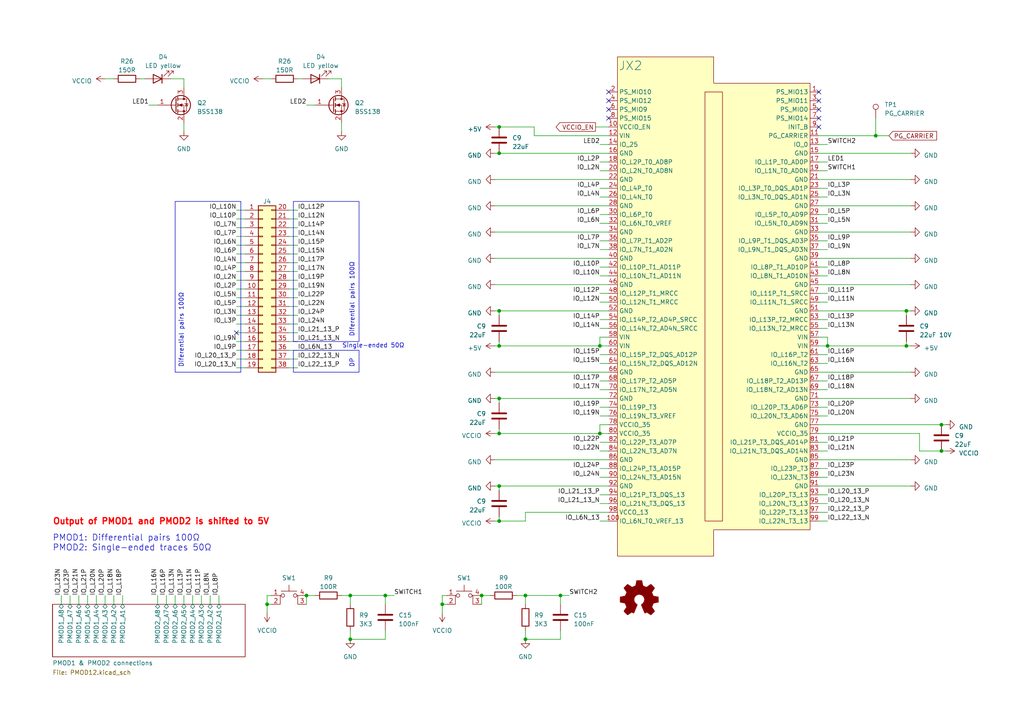
<source format=kicad_sch>
(kicad_sch (version 20230121) (generator eeschema)
  (paper "A4")
  (title_block (title "MicroZed development carrier board") (date "2023-08-19") (rev "4") (comment 1 "               License: BSD 2-Clause License") (comment 3 "               (c) 2023 Viktor Nikolov"))
  (lib_symbols
    (symbol "Connector:TestPoint" (pin_numbers hide) (pin_names (offset 0.762) hide)
      (property "Reference" "TP" (at 0 6.858 0))
      (property "Value" "TestPoint" (at 0 5.08 0))
      (symbol "TestPoint_1_1"
        (pin passive line (at 0 0 90) (length 2.54) (name "1") (number "1"))
      )
    )
    (symbol "Connector_Generic:Conn_02x19_Top_Bottom" (pin_names (offset 1.016) hide)
      (property "Reference" "J" (at 1.27 25.4 0))
      (property "Value" "Conn_02x19_Top_Bottom" (at 1.27 -25.4 0))
      (symbol "Conn_02x19_Top_Bottom_1_1"
        (pin passive line (at -5.08 22.86 0) (length 3.81) (name "Pin_1") (number "1"))
        (pin passive line (at -5.08 0 0) (length 3.81) (name "Pin_10") (number "10"))
        (pin passive line (at -5.08 -2.54 0) (length 3.81) (name "Pin_11") (number "11"))
        (pin passive line (at -5.08 -5.08 0) (length 3.81) (name "Pin_12") (number "12"))
        (pin passive line (at -5.08 -7.62 0) (length 3.81) (name "Pin_13") (number "13"))
        (pin passive line (at -5.08 -10.16 0) (length 3.81) (name "Pin_14") (number "14"))
        (pin passive line (at -5.08 -12.7 0) (length 3.81) (name "Pin_15") (number "15"))
        (pin passive line (at -5.08 -15.24 0) (length 3.81) (name "Pin_16") (number "16"))
        (pin passive line (at -5.08 -17.78 0) (length 3.81) (name "Pin_17") (number "17"))
        (pin passive line (at -5.08 -20.32 0) (length 3.81) (name "Pin_18") (number "18"))
        (pin passive line (at -5.08 -22.86 0) (length 3.81) (name "Pin_19") (number "19"))
        (pin passive line (at -5.08 20.32 0) (length 3.81) (name "Pin_2") (number "2"))
        (pin passive line (at 7.62 22.86 180) (length 3.81) (name "Pin_20") (number "20"))
        (pin passive line (at 7.62 20.32 180) (length 3.81) (name "Pin_21") (number "21"))
        (pin passive line (at 7.62 17.78 180) (length 3.81) (name "Pin_22") (number "22"))
        (pin passive line (at 7.62 15.24 180) (length 3.81) (name "Pin_23") (number "23"))
        (pin passive line (at 7.62 12.7 180) (length 3.81) (name "Pin_24") (number "24"))
        (pin passive line (at 7.62 10.16 180) (length 3.81) (name "Pin_25") (number "25"))
        (pin passive line (at 7.62 7.62 180) (length 3.81) (name "Pin_26") (number "26"))
        (pin passive line (at 7.62 5.08 180) (length 3.81) (name "Pin_27") (number "27"))
        (pin passive line (at 7.62 2.54 180) (length 3.81) (name "Pin_28") (number "28"))
        (pin passive line (at 7.62 0 180) (length 3.81) (name "Pin_29") (number "29"))
        (pin passive line (at -5.08 17.78 0) (length 3.81) (name "Pin_3") (number "3"))
        (pin passive line (at 7.62 -2.54 180) (length 3.81) (name "Pin_30") (number "30"))
        (pin passive line (at 7.62 -5.08 180) (length 3.81) (name "Pin_31") (number "31"))
        (pin passive line (at 7.62 -7.62 180) (length 3.81) (name "Pin_32") (number "32"))
        (pin passive line (at 7.62 -10.16 180) (length 3.81) (name "Pin_33") (number "33"))
        (pin passive line (at 7.62 -12.7 180) (length 3.81) (name "Pin_34") (number "34"))
        (pin passive line (at 7.62 -15.24 180) (length 3.81) (name "Pin_35") (number "35"))
        (pin passive line (at 7.62 -17.78 180) (length 3.81) (name "Pin_36") (number "36"))
        (pin passive line (at 7.62 -20.32 180) (length 3.81) (name "Pin_37") (number "37"))
        (pin passive line (at 7.62 -22.86 180) (length 3.81) (name "Pin_38") (number "38"))
        (pin passive line (at -5.08 15.24 0) (length 3.81) (name "Pin_4") (number "4"))
        (pin passive line (at -5.08 12.7 0) (length 3.81) (name "Pin_5") (number "5"))
        (pin passive line (at -5.08 10.16 0) (length 3.81) (name "Pin_6") (number "6"))
        (pin passive line (at -5.08 7.62 0) (length 3.81) (name "Pin_7") (number "7"))
        (pin passive line (at -5.08 5.08 0) (length 3.81) (name "Pin_8") (number "8"))
        (pin passive line (at -5.08 2.54 0) (length 3.81) (name "Pin_9") (number "9"))
      )
    )
    (symbol "Device:C" (pin_numbers hide) (pin_names (offset 0.254))
      (property "Reference" "C" (at 0.635 2.54 0))
      (property "Value" "C" (at 0.635 -2.54 0))
      (symbol "C_1_1"
        (pin passive line (at 0 3.81 270) (length 2.794) (name "~") (number "1"))
        (pin passive line (at 0 -3.81 90) (length 2.794) (name "~") (number "2"))
      )
    )
    (symbol "Device:LED" (pin_numbers hide) (pin_names (offset 1.016) hide)
      (property "Reference" "D" (at 0 2.54 0))
      (property "Value" "LED" (at 0 -2.54 0))
      (symbol "LED_1_1"
        (pin passive line (at -3.81 0 0) (length 2.54) (name "K") (number "1"))
        (pin passive line (at 3.81 0 180) (length 2.54) (name "A") (number "2"))
      )
    )
    (symbol "Device:R" (pin_numbers hide) (pin_names (offset 0))
      (property "Reference" "R" (at 2.032 0 90))
      (property "Value" "R" (at 0 0 90))
      (symbol "R_1_1"
        (pin passive line (at 0 3.81 270) (length 1.27) (name "~") (number "1"))
        (pin passive line (at 0 -3.81 90) (length 1.27) (name "~") (number "2"))
      )
    )
    (symbol "Graphic:Logo_Open_Hardware_Small" (in_bom no) (on_board no))
    (symbol "Switch:SW_MEC_5E" (pin_names (offset 1.016) hide)
      (property "Reference" "SW" (at 0.635 5.715 0))
      (property "Value" "SW_MEC_5E" (at 0 -3.175 0))
      (symbol "SW_MEC_5E_0_1"
        (pin passive line (at -5.08 2.54 0) (length 2.54) (name "1") (number "1"))
        (pin passive line (at -5.08 0 0) (length 2.54) (name "2") (number "2"))
        (pin passive line (at 5.08 0 180) (length 2.54) (name "K") (number "3"))
        (pin passive line (at 5.08 2.54 180) (length 2.54) (name "A") (number "4"))
      )
    )
    (symbol "Transistor_FET:BSS138" (pin_names hide)
      (property "Reference" "Q" (at 5.08 1.905 0))
      (property "Value" "BSS138" (at 5.08 0 0))
      (symbol "BSS138_1_1"
        (pin input line (at -5.08 0 0) (length 2.54) (name "G") (number "1"))
        (pin passive line (at 2.54 -5.08 90) (length 2.54) (name "S") (number "2"))
        (pin passive line (at 2.54 5.08 270) (length 2.54) (name "D") (number "3"))
      )
    )
    (symbol "Viktor_symbols:MicroZed_carrier_plug_JX2"
      (property "Reference" "JX2" (at -22.86 6.985 0))
      (symbol "MicroZed_carrier_plug_JX2_0_0"
        (pin output line (at 30.48 0 180) (length 2.54) (name "PS_MIO13") (number "1"))
        (pin bidirectional line (at -30.48 -10.16 0) (length 2.54) (name "VCCIO_EN") (number "10"))
        (pin bidirectional line (at -30.48 -124.46 0) (length 2.54) (name "IO_L6N_T0_VREF_13") (number "100"))
        (pin bidirectional line (at 30.48 -12.7 180) (length 2.54) (name "PG_CARRIER") (number "11"))
        (pin bidirectional line (at -30.48 -12.7 0) (length 2.54) (name "VIN") (number "12"))
        (pin bidirectional line (at 30.48 -15.24 180) (length 2.54) (name "IO_0") (number "13"))
        (pin bidirectional line (at -30.48 -15.24 0) (length 2.54) (name "IO_25") (number "14"))
        (pin power_out line (at 30.48 -17.78 180) (length 2.54) (name "GND") (number "15"))
        (pin power_out line (at -30.48 -17.78 0) (length 2.54) (name "GND") (number "16"))
        (pin bidirectional line (at 30.48 -20.32 180) (length 2.54) (name "IO_L1P_T0_AD0P") (number "17"))
        (pin bidirectional line (at -30.48 -20.32 0) (length 2.54) (name "IO_L2P_T0_AD8P") (number "18"))
        (pin bidirectional line (at 30.48 -22.86 180) (length 2.54) (name "IO_L1N_T0_AD0N") (number "19"))
        (pin bidirectional line (at -30.48 0 0) (length 2.54) (name "PS_MIO10") (number "2"))
        (pin bidirectional line (at -30.48 -22.86 0) (length 2.54) (name "IO_L2N_T0_AD8N") (number "20"))
        (pin power_out line (at 30.48 -25.4 180) (length 2.54) (name "GND") (number "21"))
        (pin power_out line (at -30.48 -25.4 0) (length 2.54) (name "GND") (number "22"))
        (pin output line (at 30.48 -27.94 180) (length 2.54) (name "IO_L3P_T0_DQS_AD1P") (number "23"))
        (pin output line (at -30.48 -27.94 0) (length 2.54) (name "IO_L4P_T0") (number "24"))
        (pin output line (at 30.48 -30.48 180) (length 2.54) (name "IO_L3N_T0_DQS_AD1N") (number "25"))
        (pin output line (at -30.48 -30.48 0) (length 2.54) (name "IO_L4N_T0") (number "26"))
        (pin power_out line (at 30.48 -33.02 180) (length 2.54) (name "GND") (number "27"))
        (pin power_out line (at -30.48 -33.02 0) (length 2.54) (name "GND") (number "28"))
        (pin output line (at 30.48 -35.56 180) (length 2.54) (name "IO_L5P_T0_AD9P") (number "29"))
        (pin bidirectional line (at 30.48 -2.54 180) (length 2.54) (name "PS_MIO11") (number "3"))
        (pin output line (at -30.48 -35.56 0) (length 2.54) (name "IO_L6P_T0") (number "30"))
        (pin output line (at 30.48 -38.1 180) (length 2.54) (name "IO_L5N_T0_AD9N") (number "31"))
        (pin bidirectional line (at -30.48 -38.1 0) (length 2.54) (name "IO_L6N_T0_VREF") (number "32"))
        (pin power_out line (at 30.48 -40.64 180) (length 2.54) (name "GND") (number "33"))
        (pin power_out line (at -30.48 -40.64 0) (length 2.54) (name "GND") (number "34"))
        (pin bidirectional line (at 30.48 -43.18 180) (length 2.54) (name "IO_L9P_T1_DQS_AD3P") (number "35"))
        (pin bidirectional line (at -30.48 -43.18 0) (length 2.54) (name "IO_L7P_T1_AD2P") (number "36"))
        (pin bidirectional line (at 30.48 -45.72 180) (length 2.54) (name "IO_L9N_T1_DQS_AD3N") (number "37"))
        (pin bidirectional line (at -30.48 -45.72 0) (length 2.54) (name "IO_L7N_T1_AD2N") (number "38"))
        (pin power_out line (at 30.48 -48.26 180) (length 2.54) (name "GND") (number "39"))
        (pin bidirectional line (at -30.48 -2.54 0) (length 2.54) (name "PS_MIO12") (number "4"))
        (pin power_out line (at -30.48 -48.26 0) (length 2.54) (name "GND") (number "40"))
        (pin bidirectional line (at 30.48 -50.8 180) (length 2.54) (name "IO_L8P_T1_AD10P") (number "41"))
        (pin bidirectional line (at -30.48 -50.8 0) (length 2.54) (name "IO_L10P_T1_AD11P") (number "42"))
        (pin bidirectional line (at 30.48 -53.34 180) (length 2.54) (name "IO_L8N_T1_AD10N") (number "43"))
        (pin bidirectional line (at -30.48 -53.34 0) (length 2.54) (name "IO_L10N_T1_AD11N") (number "44"))
        (pin power_out line (at 30.48 -55.88 180) (length 2.54) (name "GND") (number "45"))
        (pin power_out line (at -30.48 -55.88 0) (length 2.54) (name "GND") (number "46"))
        (pin bidirectional line (at 30.48 -58.42 180) (length 2.54) (name "IO_L11P_T1_SRCC") (number "47"))
        (pin bidirectional line (at -30.48 -58.42 0) (length 2.54) (name "IO_L12P_T1_MRCC") (number "48"))
        (pin bidirectional line (at 30.48 -60.96 180) (length 2.54) (name "IO_L11N_T1_SRCC") (number "49"))
        (pin bidirectional line (at 30.48 -5.08 180) (length 2.54) (name "PS_MIO0") (number "5"))
        (pin bidirectional line (at -30.48 -60.96 0) (length 2.54) (name "IO_L12N_T1_MRCC") (number "50"))
        (pin power_out line (at 30.48 -63.5 180) (length 2.54) (name "GND") (number "51"))
        (pin power_out line (at -30.48 -63.5 0) (length 2.54) (name "GND") (number "52"))
        (pin bidirectional line (at 30.48 -66.04 180) (length 2.54) (name "IO_L13P_T2_MRCC") (number "53"))
        (pin bidirectional line (at -30.48 -66.04 0) (length 2.54) (name "IO_L14P_T2_AD4P_SRCC") (number "54"))
        (pin bidirectional line (at 30.48 -68.58 180) (length 2.54) (name "IO_L13N_T2_MRCC") (number "55"))
        (pin bidirectional line (at -30.48 -68.58 0) (length 2.54) (name "IO_L14N_T2_AD4N_SRCC") (number "56"))
        (pin power_in line (at 30.48 -71.12 180) (length 2.54) (name "VIN") (number "57"))
        (pin power_in line (at -30.48 -71.12 0) (length 2.54) (name "VIN") (number "58"))
        (pin power_in line (at 30.48 -73.66 180) (length 2.54) (name "VIN") (number "59"))
        (pin bidirectional line (at -30.48 -5.08 0) (length 2.54) (name "PS_MIO9") (number "6"))
        (pin power_in line (at -30.48 -73.66 0) (length 2.54) (name "VIN") (number "60"))
        (pin bidirectional line (at 30.48 -76.2 180) (length 2.54) (name "IO_L16P_T2") (number "61"))
        (pin bidirectional line (at -30.48 -76.2 0) (length 2.54) (name "IO_L15P_T2_DQS_AD12P") (number "62"))
        (pin bidirectional line (at 30.48 -78.74 180) (length 2.54) (name "IO_L16N_T2") (number "63"))
        (pin bidirectional line (at -30.48 -78.74 0) (length 2.54) (name "IO_L15N_T2_DQS_AD12N") (number "64"))
        (pin power_out line (at 30.48 -81.28 180) (length 2.54) (name "GND") (number "65"))
        (pin power_out line (at -30.48 -81.28 0) (length 2.54) (name "GND") (number "66"))
        (pin bidirectional line (at 30.48 -83.82 180) (length 2.54) (name "IO_L18P_T2_AD13P") (number "67"))
        (pin bidirectional line (at -30.48 -83.82 0) (length 2.54) (name "IO_L17P_T2_AD5P") (number "68"))
        (pin bidirectional line (at 30.48 -86.36 180) (length 2.54) (name "IO_L18N_T2_AD13N") (number "69"))
        (pin power_in line (at 30.48 -7.62 180) (length 2.54) (name "PS_MIO14") (number "7"))
        (pin bidirectional line (at -30.48 -86.36 0) (length 2.54) (name "IO_L17N_T2_AD5N") (number "70"))
        (pin power_out line (at 30.48 -88.9 180) (length 2.54) (name "GND") (number "71"))
        (pin power_out line (at -30.48 -88.9 0) (length 2.54) (name "GND") (number "72"))
        (pin bidirectional line (at 30.48 -91.44 180) (length 2.54) (name "IO_L20P_T3_AD6P") (number "73"))
        (pin bidirectional line (at -30.48 -91.44 0) (length 2.54) (name "IO_L19P_T3") (number "74"))
        (pin bidirectional line (at 30.48 -93.98 180) (length 2.54) (name "IO_L20N_T3_AD6N") (number "75"))
        (pin bidirectional line (at -30.48 -93.98 0) (length 2.54) (name "IO_L19N_T3_VREF") (number "76"))
        (pin power_out line (at 30.48 -96.52 180) (length 2.54) (name "GND") (number "77"))
        (pin power_in line (at -30.48 -96.52 0) (length 2.54) (name "VCCIO_35") (number "78"))
        (pin power_in line (at 30.48 -99.06 180) (length 2.54) (name "VCCIO_35") (number "79"))
        (pin bidirectional line (at -30.48 -7.62 0) (length 2.54) (name "PS_MIO15") (number "8"))
        (pin power_in line (at -30.48 -99.06 0) (length 2.54) (name "VCCIO_35") (number "80"))
        (pin bidirectional line (at 30.48 -101.6 180) (length 2.54) (name "IO_L21P_T3_DQS_AD14P") (number "81"))
        (pin bidirectional line (at -30.48 -101.6 0) (length 2.54) (name "IO_L22P_T3_AD7P") (number "82"))
        (pin bidirectional line (at 30.48 -104.14 180) (length 2.54) (name "IO_L21N_T3_DQS_AD14N") (number "83"))
        (pin bidirectional line (at -30.48 -104.14 0) (length 2.54) (name "IO_L22N_T3_AD7N") (number "84"))
        (pin power_out line (at 30.48 -106.68 180) (length 2.54) (name "GND") (number "85"))
        (pin power_out line (at -30.48 -106.68 0) (length 2.54) (name "GND") (number "86"))
        (pin bidirectional line (at 30.48 -109.22 180) (length 2.54) (name "IO_L23P_T3") (number "87"))
        (pin bidirectional line (at -30.48 -109.22 0) (length 2.54) (name "IO_L24P_T3_AD15P") (number "88"))
        (pin bidirectional line (at 30.48 -111.76 180) (length 2.54) (name "IO_L23N_T3") (number "89"))
        (pin bidirectional line (at 30.48 -10.16 180) (length 2.54) (name "INIT_B") (number "9"))
        (pin bidirectional line (at -30.48 -111.76 0) (length 2.54) (name "IO_L24N_T3_AD15N") (number "90"))
        (pin bidirectional line (at 30.48 -114.3 180) (length 2.54) (name "GND") (number "91"))
        (pin bidirectional line (at -30.48 -114.3 0) (length 2.54) (name "GND") (number "92"))
        (pin bidirectional line (at 30.48 -116.84 180) (length 2.54) (name "IO_L20P_T3_13") (number "93"))
        (pin bidirectional line (at -30.48 -116.84 0) (length 2.54) (name "IO_L21P_T3_DQS_13") (number "94"))
        (pin power_out line (at 30.48 -119.38 180) (length 2.54) (name "IO_L20N_T3_13") (number "95"))
        (pin power_out line (at -30.48 -119.38 0) (length 2.54) (name "IO_L21N_T3_DQS_13") (number "96"))
        (pin bidirectional line (at 30.48 -121.92 180) (length 2.54) (name "IO_L22P_T3_13") (number "97"))
        (pin bidirectional line (at -30.48 -121.92 0) (length 2.54) (name "VCCO_13") (number "98"))
        (pin bidirectional line (at 30.48 -124.46 180) (length 2.54) (name "IO_L22N_T3_13") (number "99"))
      )
    )
    (symbol "Viktor_symbols:VCCIO" (power) (pin_names (offset 0))
      (property "Value" "VCCIO" (at 0 3.81 0))
      (symbol "VCCIO_1_1"
        (pin power_in line (at 0 0 90) (length 0) hide (name "VCCIO") (number "1"))
      )
    )
    (symbol "power:+5V" (power) (pin_names (offset 0))
      (property "Value" "+5V" (at 0 3.556 0))
      (symbol "+5V_1_1"
        (pin power_in line (at 0 0 90) (length 0) hide (name "+5V") (number "1"))
      )
    )
    (symbol "power:GND" (power) (pin_names (offset 0))
      (property "Value" "GND" (at 0 -3.81 0))
      (symbol "GND_1_1"
        (pin power_in line (at 0 0 270) (length 0) hide (name "GND") (number "1"))
      )
    )
  )
  (junction (at 144.78 44.45))
  (junction (at 101.6 185.42))
  (junction (at 173.99 100.33))
  (junction (at 262.89 100.33))
  (junction (at 144.78 115.57))
  (junction (at 254 39.37))
  (junction (at 144.78 125.73))
  (junction (at 273.05 130.81))
  (junction (at 77.47 175.26))
  (junction (at 88.9 172.72))
  (junction (at 144.78 140.97))
  (junction (at 101.6 172.72))
  (junction (at 144.78 36.83))
  (junction (at 144.78 90.17))
  (junction (at 111.76 172.72))
  (junction (at 144.78 100.33))
  (junction (at 173.99 125.73))
  (junction (at 152.4 185.42))
  (junction (at 273.05 123.19))
  (junction (at 139.7 172.72))
  (junction (at 152.4 172.72))
  (junction (at 144.78 151.13))
  (junction (at 128.27 175.26))
  (junction (at 162.56 172.72))
  (junction (at 262.89 90.17))
  (junction (at 240.03 100.33))
  (no_connect (at 237.49 31.75))
  (no_connect (at 176.53 29.21))
  (no_connect (at 68.58 96.52))
  (no_connect (at 176.53 34.29))
  (no_connect (at 176.53 26.67))
  (no_connect (at 237.49 29.21))
  (no_connect (at 237.49 26.67))
  (no_connect (at 176.53 31.75))
  (no_connect (at 237.49 36.83))
  (no_connect (at 237.49 34.29))
  (wire (pts (xy 68.58 60.96) (xy 71.12 60.96)))
  (wire (pts (xy 237.49 115.57) (xy 264.16 115.57)))
  (wire (pts (xy 273.05 130.81) (xy 274.32 130.81)))
  (wire (pts (xy 254 34.29) (xy 254 39.37)))
  (wire (pts (xy 173.99 41.91) (xy 176.53 41.91)))
  (wire (pts (xy 83.82 106.68) (xy 86.36 106.68)))
  (wire (pts (xy 173.99 72.39) (xy 176.53 72.39)))
  (wire (pts (xy 149.86 172.72) (xy 152.4 172.72)))
  (wire (pts (xy 83.82 104.14) (xy 86.36 104.14)))
  (wire (pts (xy 27.94 172.72) (xy 27.94 175.26)))
  (wire (pts (xy 30.48 172.72) (xy 30.48 175.26)))
  (wire (pts (xy 152.4 182.88) (xy 152.4 185.42)))
  (wire (pts (xy 49.53 22.86) (xy 53.34 22.86)))
  (wire (pts (xy 237.49 82.55) (xy 264.16 82.55)))
  (wire (pts (xy 237.49 80.01) (xy 240.03 80.01)))
  (wire (pts (xy 25.4 172.72) (xy 25.4 175.26)))
  (wire (pts (xy 143.51 100.33) (xy 144.78 100.33)))
  (wire (pts (xy 266.7 130.81) (xy 273.05 130.81)))
  (wire (pts (xy 63.5 175.26) (xy 63.5 172.72)))
  (wire (pts (xy 240.03 100.33) (xy 237.49 100.33)))
  (wire (pts (xy 83.82 81.28) (xy 86.36 81.28)))
  (wire (pts (xy 152.4 185.42) (xy 162.56 185.42)))
  (wire (pts (xy 101.6 172.72) (xy 101.6 175.26)))
  (wire (pts (xy 173.99 62.23) (xy 176.53 62.23)))
  (wire (pts (xy 237.49 97.79) (xy 240.03 97.79)))
  (wire (pts (xy 68.58 99.06) (xy 71.12 99.06)))
  (wire (pts (xy 173.99 95.25) (xy 176.53 95.25)))
  (wire (pts (xy 173.99 49.53) (xy 176.53 49.53)))
  (wire (pts (xy 237.49 77.47) (xy 240.03 77.47)))
  (wire (pts (xy 68.58 76.2) (xy 71.12 76.2)))
  (wire (pts (xy 99.06 22.86) (xy 99.06 25.4)))
  (wire (pts (xy 173.99 118.11) (xy 176.53 118.11)))
  (wire (pts (xy 83.82 73.66) (xy 86.36 73.66)))
  (wire (pts (xy 101.6 172.72) (xy 111.76 172.72)))
  (wire (pts (xy 143.51 44.45) (xy 144.78 44.45)))
  (wire (pts (xy 237.49 110.49) (xy 240.03 110.49)))
  (wire (pts (xy 68.58 101.6) (xy 71.12 101.6)))
  (wire (pts (xy 143.51 107.95) (xy 176.53 107.95)))
  (wire (pts (xy 173.99 138.43) (xy 176.53 138.43)))
  (wire (pts (xy 173.99 64.77) (xy 176.53 64.77)))
  (wire (pts (xy 45.72 175.26) (xy 45.72 172.72)))
  (wire (pts (xy 237.49 39.37) (xy 254 39.37)))
  (wire (pts (xy 88.9 172.72) (xy 91.44 172.72)))
  (wire (pts (xy 48.26 175.26) (xy 48.26 172.72)))
  (wire (pts (xy 83.82 71.12) (xy 86.36 71.12)))
  (wire (pts (xy 143.51 115.57) (xy 144.78 115.57)))
  (wire (pts (xy 173.99 92.71) (xy 176.53 92.71)))
  (wire (pts (xy 173.99 105.41) (xy 176.53 105.41)))
  (wire (pts (xy 128.27 175.26) (xy 129.54 175.26)))
  (wire (pts (xy 144.78 140.97) (xy 176.53 140.97)))
  (wire (pts (xy 53.34 22.86) (xy 53.34 25.4)))
  (wire (pts (xy 237.49 128.27) (xy 240.03 128.27)))
  (wire (pts (xy 99.06 172.72) (xy 101.6 172.72)))
  (wire (pts (xy 68.58 91.44) (xy 71.12 91.44)))
  (wire (pts (xy 237.49 151.13) (xy 240.03 151.13)))
  (wire (pts (xy 144.78 149.86) (xy 144.78 151.13)))
  (wire (pts (xy 173.99 46.99) (xy 176.53 46.99)))
  (wire (pts (xy 111.76 172.72) (xy 111.76 175.26)))
  (wire (pts (xy 139.7 172.72) (xy 139.7 175.26)))
  (wire (pts (xy 237.49 69.85) (xy 240.03 69.85)))
  (wire (pts (xy 162.56 182.88) (xy 162.56 185.42)))
  (wire (pts (xy 173.99 80.01) (xy 176.53 80.01)))
  (wire (pts (xy 143.51 59.69) (xy 176.53 59.69)))
  (wire (pts (xy 237.49 120.65) (xy 240.03 120.65)))
  (wire (pts (xy 68.58 93.98) (xy 71.12 93.98)))
  (wire (pts (xy 58.42 175.26) (xy 58.42 172.72)))
  (wire (pts (xy 68.58 68.58) (xy 71.12 68.58)))
  (wire (pts (xy 173.99 143.51) (xy 176.53 143.51)))
  (wire (pts (xy 83.82 99.06) (xy 86.36 99.06)))
  (wire (pts (xy 254 39.37) (xy 257.81 39.37)))
  (wire (pts (xy 144.78 36.83) (xy 154.94 36.83)))
  (wire (pts (xy 173.99 97.79) (xy 173.99 100.33)))
  (wire (pts (xy 101.6 182.88) (xy 101.6 185.42)))
  (wire (pts (xy 128.27 172.72) (xy 129.54 172.72)))
  (wire (pts (xy 33.02 172.72) (xy 33.02 175.26)))
  (wire (pts (xy 152.4 172.72) (xy 162.56 172.72)))
  (wire (pts (xy 144.78 99.06) (xy 144.78 100.33)))
  (wire (pts (xy 173.99 130.81) (xy 176.53 130.81)))
  (wire (pts (xy 162.56 172.72) (xy 165.1 172.72)))
  (wire (pts (xy 262.89 100.33) (xy 264.16 100.33)))
  (wire (pts (xy 30.48 22.86) (xy 33.02 22.86)))
  (wire (pts (xy 144.78 142.24) (xy 144.78 140.97)))
  (wire (pts (xy 68.58 63.5) (xy 71.12 63.5)))
  (wire (pts (xy 237.49 113.03) (xy 240.03 113.03)))
  (wire (pts (xy 143.51 74.93) (xy 176.53 74.93)))
  (wire (pts (xy 237.49 105.41) (xy 240.03 105.41)))
  (wire (pts (xy 83.82 68.58) (xy 86.36 68.58)))
  (wire (pts (xy 172.72 36.83) (xy 176.53 36.83)))
  (wire (pts (xy 128.27 172.72) (xy 128.27 175.26)))
  (wire (pts (xy 237.49 46.99) (xy 240.03 46.99)))
  (wire (pts (xy 68.58 83.82) (xy 71.12 83.82)))
  (wire (pts (xy 68.58 104.14) (xy 71.12 104.14)))
  (wire (pts (xy 173.99 113.03) (xy 176.53 113.03)))
  (wire (pts (xy 173.99 125.73) (xy 176.53 125.73)))
  (wire (pts (xy 237.49 95.25) (xy 240.03 95.25)))
  (wire (pts (xy 143.51 36.83) (xy 144.78 36.83)))
  (wire (pts (xy 22.86 172.72) (xy 22.86 175.26)))
  (wire (pts (xy 143.51 151.13) (xy 144.78 151.13)))
  (wire (pts (xy 144.78 151.13) (xy 152.4 151.13)))
  (wire (pts (xy 101.6 185.42) (xy 111.76 185.42)))
  (wire (pts (xy 154.94 39.37) (xy 176.53 39.37)))
  (wire (pts (xy 95.25 22.86) (xy 99.06 22.86)))
  (wire (pts (xy 83.82 76.2) (xy 86.36 76.2)))
  (wire (pts (xy 237.49 90.17) (xy 262.89 90.17)))
  (wire (pts (xy 237.49 49.53) (xy 240.03 49.53)))
  (wire (pts (xy 53.34 35.56) (xy 53.34 38.1)))
  (wire (pts (xy 237.49 52.07) (xy 264.16 52.07)))
  (wire (pts (xy 237.49 143.51) (xy 240.03 143.51)))
  (wire (pts (xy 111.76 182.88) (xy 111.76 185.42)))
  (wire (pts (xy 83.82 96.52) (xy 86.36 96.52)))
  (wire (pts (xy 173.99 135.89) (xy 176.53 135.89)))
  (wire (pts (xy 173.99 146.05) (xy 176.53 146.05)))
  (wire (pts (xy 237.49 92.71) (xy 240.03 92.71)))
  (wire (pts (xy 143.51 140.97) (xy 144.78 140.97)))
  (wire (pts (xy 237.49 102.87) (xy 240.03 102.87)))
  (wire (pts (xy 68.58 78.74) (xy 71.12 78.74)))
  (wire (pts (xy 55.88 175.26) (xy 55.88 172.72)))
  (wire (pts (xy 176.53 148.59) (xy 152.4 148.59)))
  (wire (pts (xy 143.51 125.73) (xy 144.78 125.73)))
  (wire (pts (xy 83.82 60.96) (xy 86.36 60.96)))
  (wire (pts (xy 173.99 54.61) (xy 176.53 54.61)))
  (wire (pts (xy 144.78 116.84) (xy 144.78 115.57)))
  (wire (pts (xy 68.58 73.66) (xy 71.12 73.66)))
  (wire (pts (xy 237.49 123.19) (xy 273.05 123.19)))
  (wire (pts (xy 237.49 133.35) (xy 264.16 133.35)))
  (wire (pts (xy 176.53 97.79) (xy 173.99 97.79)))
  (wire (pts (xy 237.49 44.45) (xy 264.16 44.45)))
  (wire (pts (xy 144.78 44.45) (xy 176.53 44.45)))
  (wire (pts (xy 237.49 59.69) (xy 264.16 59.69)))
  (wire (pts (xy 237.49 41.91) (xy 240.03 41.91)))
  (wire (pts (xy 240.03 97.79) (xy 240.03 100.33)))
  (wire (pts (xy 144.78 125.73) (xy 173.99 125.73)))
  (wire (pts (xy 20.32 172.72) (xy 20.32 175.26)))
  (wire (pts (xy 86.36 22.86) (xy 87.63 22.86)))
  (wire (pts (xy 43.18 30.48) (xy 45.72 30.48)))
  (wire (pts (xy 128.27 175.26) (xy 128.27 177.8)))
  (wire (pts (xy 68.58 86.36) (xy 71.12 86.36)))
  (wire (pts (xy 77.47 172.72) (xy 77.47 175.26)))
  (wire (pts (xy 68.58 96.52) (xy 71.12 96.52)))
  (wire (pts (xy 68.58 71.12) (xy 71.12 71.12)))
  (wire (pts (xy 173.99 100.33) (xy 176.53 100.33)))
  (wire (pts (xy 237.49 146.05) (xy 240.03 146.05)))
  (wire (pts (xy 237.49 74.93) (xy 264.16 74.93)))
  (wire (pts (xy 262.89 90.17) (xy 262.89 91.44)))
  (wire (pts (xy 139.7 172.72) (xy 142.24 172.72)))
  (wire (pts (xy 237.49 148.59) (xy 240.03 148.59)))
  (wire (pts (xy 237.49 107.95) (xy 264.16 107.95)))
  (wire (pts (xy 237.49 54.61) (xy 240.03 54.61)))
  (wire (pts (xy 144.78 115.57) (xy 176.53 115.57)))
  (wire (pts (xy 83.82 93.98) (xy 86.36 93.98)))
  (wire (pts (xy 99.06 35.56) (xy 99.06 38.1)))
  (wire (pts (xy 143.51 52.07) (xy 176.53 52.07)))
  (wire (pts (xy 83.82 101.6) (xy 86.36 101.6)))
  (wire (pts (xy 237.49 135.89) (xy 240.03 135.89)))
  (wire (pts (xy 78.74 172.72) (xy 77.47 172.72)))
  (wire (pts (xy 88.9 172.72) (xy 88.9 175.26)))
  (wire (pts (xy 68.58 106.68) (xy 71.12 106.68)))
  (wire (pts (xy 143.51 82.55) (xy 176.53 82.55)))
  (wire (pts (xy 262.89 99.06) (xy 262.89 100.33)))
  (wire (pts (xy 144.78 90.17) (xy 176.53 90.17)))
  (wire (pts (xy 50.8 175.26) (xy 50.8 172.72)))
  (wire (pts (xy 237.49 67.31) (xy 264.16 67.31)))
  (wire (pts (xy 83.82 66.04) (xy 86.36 66.04)))
  (wire (pts (xy 154.94 39.37) (xy 154.94 36.83)))
  (wire (pts (xy 173.99 120.65) (xy 176.53 120.65)))
  (wire (pts (xy 83.82 63.5) (xy 86.36 63.5)))
  (wire (pts (xy 83.82 78.74) (xy 86.36 78.74)))
  (wire (pts (xy 143.51 67.31) (xy 176.53 67.31)))
  (wire (pts (xy 152.4 172.72) (xy 152.4 175.26)))
  (wire (pts (xy 273.05 123.19) (xy 274.32 123.19)))
  (wire (pts (xy 83.82 91.44) (xy 86.36 91.44)))
  (wire (pts (xy 173.99 128.27) (xy 176.53 128.27)))
  (wire (pts (xy 35.56 172.72) (xy 35.56 175.26)))
  (wire (pts (xy 237.49 87.63) (xy 240.03 87.63)))
  (wire (pts (xy 237.49 62.23) (xy 240.03 62.23)))
  (wire (pts (xy 68.58 81.28) (xy 71.12 81.28)))
  (wire (pts (xy 143.51 90.17) (xy 144.78 90.17)))
  (wire (pts (xy 237.49 125.73) (xy 266.7 125.73)))
  (wire (pts (xy 152.4 148.59) (xy 152.4 151.13)))
  (wire (pts (xy 237.49 57.15) (xy 240.03 57.15)))
  (wire (pts (xy 237.49 85.09) (xy 240.03 85.09)))
  (wire (pts (xy 68.58 66.04) (xy 71.12 66.04)))
  (wire (pts (xy 266.7 125.73) (xy 266.7 130.81)))
  (wire (pts (xy 237.49 72.39) (xy 240.03 72.39)))
  (wire (pts (xy 60.96 175.26) (xy 60.96 172.72)))
  (wire (pts (xy 237.49 140.97) (xy 264.16 140.97)))
  (wire (pts (xy 173.99 87.63) (xy 176.53 87.63)))
  (wire (pts (xy 240.03 100.33) (xy 262.89 100.33)))
  (wire (pts (xy 173.99 77.47) (xy 176.53 77.47)))
  (wire (pts (xy 76.2 22.86) (xy 78.74 22.86)))
  (wire (pts (xy 77.47 175.26) (xy 77.47 177.8)))
  (wire (pts (xy 111.76 172.72) (xy 114.3 172.72)))
  (wire (pts (xy 83.82 88.9) (xy 86.36 88.9)))
  (wire (pts (xy 173.99 151.13) (xy 176.53 151.13)))
  (wire (pts (xy 17.78 172.72) (xy 17.78 175.26)))
  (wire (pts (xy 237.49 64.77) (xy 240.03 64.77)))
  (wire (pts (xy 53.34 175.26) (xy 53.34 172.72)))
  (wire (pts (xy 173.99 57.15) (xy 176.53 57.15)))
  (wire (pts (xy 83.82 83.82) (xy 86.36 83.82)))
  (wire (pts (xy 143.51 133.35) (xy 176.53 133.35)))
  (wire (pts (xy 173.99 69.85) (xy 176.53 69.85)))
  (wire (pts (xy 144.78 100.33) (xy 173.99 100.33)))
  (wire (pts (xy 77.47 175.26) (xy 78.74 175.26)))
  (wire (pts (xy 173.99 102.87) (xy 176.53 102.87)))
  (wire (pts (xy 237.49 130.81) (xy 240.03 130.81)))
  (wire (pts (xy 262.89 90.17) (xy 264.16 90.17)))
  (wire (pts (xy 162.56 172.72) (xy 162.56 175.26)))
  (wire (pts (xy 173.99 123.19) (xy 173.99 125.73)))
  (wire (pts (xy 237.49 138.43) (xy 240.03 138.43)))
  (wire (pts (xy 40.64 22.86) (xy 41.91 22.86)))
  (wire (pts (xy 237.49 118.11) (xy 240.03 118.11)))
  (wire (pts (xy 173.99 110.49) (xy 176.53 110.49)))
  (wire (pts (xy 173.99 85.09) (xy 176.53 85.09)))
  (wire (pts (xy 173.99 123.19) (xy 176.53 123.19)))
  (wire (pts (xy 144.78 91.44) (xy 144.78 90.17)))
  (wire (pts (xy 144.78 124.46) (xy 144.78 125.73)))
  (wire (pts (xy 68.58 88.9) (xy 71.12 88.9)))
  (wire (pts (xy 88.9 30.48) (xy 91.44 30.48)))
  (wire (pts (xy 83.82 86.36) (xy 86.36 86.36)))
  (rectangle (start 85.09 101.6) (end 104.14 107.95))
  (rectangle (start 85.09 58.42) (end 104.14 99.06))
  (rectangle (start 50.8 58.42) (end 69.85 107.95))
  (text "Single-ended 50Ω" (at 117.348 101.092 0) (effects (font (size 1.27 1.27)) (justify right bottom)))
  (text "Diferential pairs 100Ω" (at 102.87 97.79 90) (effects (font (size 1.27 1.27)) (justify left bottom)))
  (text "PMOD1: Differential pairs 100Ω\nPMOD2: Single-ended traces 50Ω" (at 15.24 160.02 0) (effects (font (size 1.778 1.778)) (justify left bottom)))
  (text "Diferential pairs 100Ω" (at 53.34 106.68 90) (effects (font (size 1.27 1.27)) (justify left bottom)))
  (text "DP" (at 102.87 106.68 90) (effects (font (size 1.27 1.27)) (justify left bottom)))
  (text "Output of PMOD1 and PMOD2 is shifted to 5V" (at 15.24 152.4 0) (effects (font (size 1.778 1.778) (thickness 0.3556) bold) (justify left bottom)))
  (label "IO_L6N" (at 68.58 71.12 180))
  (label "IO_L19N" (at 173.99 120.65 180))
  (label "IO_L15P" (at 86.36 71.12 0))
  (label "IO_L8P" (at 63.5 172.72 90))
  (label "IO_L13N" (at 50.8 172.72 90))
  (label "IO_L20_13_N" (at 240.03 146.05 0))
  (label "SWITCH2" (at 240.03 41.91 0))
  (label "IO_L23P" (at 240.03 135.89 0))
  (label "IO_L6N" (at 173.99 64.77 180))
  (label "IO_L15P" (at 173.99 102.87 180))
  (label "IO_L13N" (at 240.03 95.25 0))
  (label "IO_L20N" (at 27.94 172.72 90))
  (label "IO_L23P" (at 20.32 172.72 90))
  (label "IO_L5N" (at 68.58 86.36 180))
  (label "IO_L3N" (at 240.03 57.15 0))
  (label "IO_L5P" (at 240.03 62.23 0))
  (label "IO_L23N" (at 240.03 138.43 0))
  (label "IO_L22N" (at 173.99 130.81 180))
  (label "SWITCH1" (at 240.03 49.53 0))
  (label "IO_L7N" (at 173.99 72.39 180))
  (label "IO_L5P" (at 68.58 88.9 180))
  (label "IO_L11N" (at 55.88 172.72 90))
  (label "IO_L19P" (at 86.36 81.28 0))
  (label "IO_L20P" (at 30.48 172.72 90))
  (label "IO_L7P" (at 68.58 68.58 180))
  (label "IO_L18N" (at 33.02 172.72 90))
  (label "IO_L21_13_N" (at 173.99 146.05 180))
  (label "IO_L11N" (at 240.03 87.63 0))
  (label "IO_L16N" (at 240.03 105.41 0))
  (label "IO_L21_13_P" (at 86.36 96.52 0))
  (label "IO_L16N" (at 45.72 172.72 90))
  (label "IO_L21_13_N" (at 86.36 99.06 0))
  (label "IO_L22N" (at 86.36 88.9 0))
  (label "LED1" (at 240.03 46.99 0))
  (label "IO_L9N" (at 68.58 99.06 180))
  (label "IO_L11P" (at 58.42 172.72 90))
  (label "IO_L24P" (at 86.36 91.44 0))
  (label "IO_L6N_13" (at 173.99 151.13 180))
  (label "IO_L4P" (at 68.58 78.74 180))
  (label "SWITCH1" (at 114.3 172.72 0))
  (label "IO_L19N" (at 86.36 83.82 0))
  (label "IO_L20_13_N" (at 68.58 106.68 180))
  (label "IO_L14P" (at 86.36 66.04 0))
  (label "IO_L6P" (at 68.58 73.66 180))
  (label "IO_L22_13_N" (at 86.36 104.14 0))
  (label "IO_L10N" (at 68.58 60.96 180))
  (label "IO_L14P" (at 173.99 92.71 180))
  (label "IO_L4N" (at 68.58 76.2 180))
  (label "IO_L20N" (at 240.03 120.65 0))
  (label "IO_L21N" (at 22.86 172.72 90))
  (label "IO_L10N" (at 173.99 80.01 180))
  (label "IO_L20_13_P" (at 240.03 143.51 0))
  (label "IO_L11P" (at 240.03 85.09 0))
  (label "IO_L13P" (at 53.34 172.72 90))
  (label "IO_L16P" (at 48.26 172.72 90))
  (label "IO_L2N" (at 173.99 49.53 180))
  (label "IO_L10P" (at 68.58 63.5 180))
  (label "IO_L10P" (at 173.99 77.47 180))
  (label "IO_L18P" (at 240.03 110.49 0))
  (label "IO_L9N" (at 240.03 72.39 0))
  (label "IO_L8P" (at 240.03 77.47 0))
  (label "IO_L21P" (at 25.4 172.72 90))
  (label "IO_L24N" (at 173.99 138.43 180))
  (label "IO_L22P" (at 86.36 86.36 0))
  (label "IO_L3N" (at 68.58 91.44 180))
  (label "IO_L18N" (at 240.03 113.03 0))
  (label "IO_L6P" (at 173.99 62.23 180))
  (label "IO_L5N" (at 240.03 64.77 0))
  (label "IO_L24N" (at 86.36 93.98 0))
  (label "IO_L15N" (at 86.36 73.66 0))
  (label "IO_L15N" (at 173.99 105.41 180))
  (label "IO_L3P" (at 68.58 93.98 180))
  (label "IO_L2P" (at 68.58 83.82 180))
  (label "IO_L3P" (at 240.03 54.61 0))
  (label "SWITCH2" (at 165.1 172.72 0))
  (label "IO_L12N" (at 86.36 63.5 0))
  (label "IO_L17N" (at 173.99 113.03 180))
  (label "IO_L19P" (at 173.99 118.11 180))
  (label "IO_L21N" (at 240.03 130.81 0))
  (label "IO_L22_13_P" (at 86.36 106.68 0))
  (label "IO_L8N" (at 60.96 172.72 90))
  (label "IO_L22_13_P" (at 240.03 148.59 0))
  (label "LED1" (at 43.18 30.48 180))
  (label "IO_L20_13_P" (at 68.58 104.14 180))
  (label "IO_L2N" (at 68.58 81.28 180))
  (label "IO_L24P" (at 173.99 135.89 180))
  (label "IO_L22P" (at 173.99 128.27 180))
  (label "IO_L20P" (at 240.03 118.11 0))
  (label "IO_L17P" (at 86.36 76.2 0))
  (label "IO_L23N" (at 17.78 172.72 90))
  (label "IO_L16P" (at 240.03 102.87 0))
  (label "IO_L13P" (at 240.03 92.71 0))
  (label "IO_L14N" (at 86.36 68.58 0))
  (label "IO_L12N" (at 173.99 87.63 180))
  (label "IO_L7N" (at 68.58 66.04 180))
  (label "IO_L2P" (at 173.99 46.99 180))
  (label "IO_L9P" (at 240.03 69.85 0))
  (label "IO_L22_13_N" (at 240.03 151.13 0))
  (label "IO_L12P" (at 86.36 60.96 0))
  (label "IO_L17N" (at 86.36 78.74 0))
  (label "IO_L9P" (at 68.58 101.6 180))
  (label "IO_L21P" (at 240.03 128.27 0))
  (label "IO_L6N_13" (at 86.36 101.6 0))
  (label "IO_L4N" (at 173.99 57.15 180))
  (label "IO_L21_13_P" (at 173.99 143.51 180))
  (label "IO_L4P" (at 173.99 54.61 180))
  (label "LED2" (at 173.99 41.91 180))
  (label "IO_L18P" (at 35.56 172.72 90))
  (label "IO_L7P" (at 173.99 69.85 180))
  (label "IO_L17P" (at 173.99 110.49 180))
  (label "IO_L12P" (at 173.99 85.09 180))
  (label "LED2" (at 88.9 30.48 180))
  (label "IO_L14N" (at 173.99 95.25 180))
  (label "IO_L8N" (at 240.03 80.01 0))
  (global_label "VCCIO_EN" (shape output) (at 172.72 36.83 180) (property "Intersheetrefs" "${INTERSHEET_REFS}" (effects hide)))
  (global_label "PG_CARRIER" (shape input) (at 257.81 39.37 0) (property "Intersheetrefs" "${INTERSHEET_REFS}" (effects hide)))
  (symbol (lib_id "Device:C") (at 273.05 127 0) (mirror y) (unit 1)
    (property "Reference" "C9" (at 276.86 126.365 0) (effects (justify right)))
    (property "Value" "22uF" (at 276.86 128.905 0) (effects (justify right)))
    (property "Footprint" "Capacitor_SMD:C_1206_3216Metric" (effects hide))
    (property "LCSC" "C5672" (effects hide))
    (instances (project "MicroZed_carrier_board_v4" (path "" (reference "C9") (unit 1)) (path "" (reference "C1") (unit 1)) (path "" (reference "C5") (unit 1))))
  )
  (symbol (lib_id "power:+5V") (at 143.51 100.33 90) (mirror x) (unit 1)
    (property "Reference" "#PWR012" (effects hide))
    (property "Value" "+5V" (at 139.7 100.965 90) (effects (justify left)))
    (instances (project "MicroZed_carrier_board_v4" (path "" (reference "#PWR012") (unit 1)) (path "" (reference "#PWR081") (unit 1)) (path "" (reference "#PWR059") (unit 1))))
  )
  (symbol (lib_id "power:GND") (at 143.51 59.69 270) (unit 1)
    (property "Reference" "#PWR060" (effects hide))
    (property "Value" "GND" (at 139.7 60.325 90) (effects (justify right)))
    (instances (project "MicroZed_carrier_board_v4" (path "" (reference "#PWR060") (unit 1)) (path "" (reference "#PWR0107") (unit 1))))
  )
  (symbol (lib_id "power:GND") (at 264.16 82.55 90) (unit 1)
    (property "Reference" "#PWR074" (effects hide))
    (property "Value" "GND" (at 267.97 83.185 90) (effects (justify right)))
    (instances (project "MicroZed_carrier_board_v4" (path "" (reference "#PWR074") (unit 1)) (path "" (reference "#PWR0121") (unit 1))))
  )
  (symbol (lib_id "Viktor_symbols:VCCIO") (at 77.47 177.8 180) (unit 1)
    (property "Reference" "#PWR0101" (effects hide))
    (property "Value" "VCCIO" (at 77.47 182.88 0))
  )
  (symbol (lib_id "power:GND") (at 264.16 59.69 90) (unit 1)
    (property "Reference" "#PWR071" (effects hide))
    (property "Value" "GND" (at 267.97 60.325 90) (effects (justify right)))
    (instances (project "MicroZed_carrier_board_v4" (path "" (reference "#PWR071") (unit 1)) (path "" (reference "#PWR0118") (unit 1))))
  )
  (symbol (lib_id "power:GND") (at 264.16 90.17 90) (unit 1)
    (property "Reference" "#PWR075" (effects hide))
    (property "Value" "GND" (at 267.97 90.805 90) (effects (justify right)))
    (instances (project "MicroZed_carrier_board_v4" (path "" (reference "#PWR075") (unit 1)) (path "" (reference "#PWR0127") (unit 1))))
  )
  (symbol (lib_id "Device:C") (at 162.56 179.07 0) (unit 1)
    (property "Reference" "C15" (at 166.37 178.435 0) (effects (justify left)))
    (property "Value" "100nF" (at 166.37 180.975 0) (effects (justify left)))
    (property "Footprint" "Capacitor_SMD:C_0603_1608Metric" (effects hide))
    (property "LCSC" "C66501" (effects hide))
    (instances (project "MicroZed_carrier_board_v4" (path "" (reference "C15") (unit 1)) (path "" (reference "C13") (unit 1))))
  )
  (symbol (lib_id "Device:C") (at 144.78 146.05 0) (mirror x) (unit 1)
    (property "Reference" "C9" (at 140.97 145.415 0) (effects (justify right)))
    (property "Value" "22uF" (at 140.97 147.955 0) (effects (justify right)))
    (property "Footprint" "Capacitor_SMD:C_1206_3216Metric" (effects hide))
    (property "LCSC" "C5672" (effects hide))
    (instances (project "MicroZed_carrier_board_v4" (path "" (reference "C9") (unit 1)) (path "" (reference "C1") (unit 1)) (path "" (reference "C6") (unit 1))))
  )
  (symbol (lib_id "Connector_Generic:Conn_02x19_Top_Bottom") (at 76.2 83.82 0) (unit 1) (in_bom no)
    (property "Reference" "J4" (at 77.47 58.42 0))
    (property "Value" "Conn_02x19_Top_Bottom" (effects hide))
    (property "Footprint" "Viktor:PinSocket_2x19_P2.54mm_Top_Bottom_nums" (effects hide))
  )
  (symbol (lib_id "Device:R") (at 95.25 172.72 270) (unit 1)
    (property "Reference" "R9" (at 95.25 167.64 90))
    (property "Value" "100R" (at 95.25 170.18 90))
    (property "Footprint" "Resistor_SMD:R_0603_1608Metric" (effects hide))
    (property "LCSC" "C22775" (effects hide))
    (instances (project "MicroZed_carrier_board_v4" (path "" (reference "R9") (unit 1)) (path "" (reference "R2") (unit 1)) (path "" (reference "R19") (unit 1))))
  )
  (symbol (lib_id "power:GND") (at 264.16 140.97 90) (unit 1)
    (property "Reference" "#PWR080" (effects hide))
    (property "Value" "GND" (at 267.97 141.605 90) (effects (justify right)))
    (instances (project "MicroZed_carrier_board_v4" (path "" (reference "#PWR080") (unit 1)) (path "" (reference "#PWR0126") (unit 1))))
  )
  (symbol (lib_id "power:GND") (at 264.16 74.93 90) (unit 1)
    (property "Reference" "#PWR073" (effects hide))
    (property "Value" "GND" (at 267.97 75.565 90) (effects (justify right)))
    (instances (project "MicroZed_carrier_board_v4" (path "" (reference "#PWR073") (unit 1)) (path "" (reference "#PWR0120") (unit 1))))
  )
  (symbol (lib_id "power:GND") (at 143.51 107.95 270) (unit 1)
    (property "Reference" "#PWR065" (effects hide))
    (property "Value" "GND" (at 139.7 108.585 90) (effects (justify right)))
    (instances (project "MicroZed_carrier_board_v4" (path "" (reference "#PWR065") (unit 1)) (path "" (reference "#PWR0112") (unit 1))))
  )
  (symbol (lib_id "power:GND") (at 152.4 185.42 0) (unit 1)
    (property "Reference" "#PWR080" (effects hide))
    (property "Value" "GND" (at 152.4 190.5 0))
    (instances (project "MicroZed_carrier_board_v4" (path "" (reference "#PWR080") (unit 1)) (path "" (reference "#PWR0104") (unit 1))))
  )
  (symbol (lib_id "power:GND") (at 264.16 115.57 90) (unit 1)
    (property "Reference" "#PWR077" (effects hide))
    (property "Value" "GND" (at 267.97 116.205 90) (effects (justify right)))
    (instances (project "MicroZed_carrier_board_v4" (path "" (reference "#PWR077") (unit 1)) (path "" (reference "#PWR0123") (unit 1))))
  )
  (symbol (lib_id "Transistor_FET:BSS138") (at 50.8 30.48 0) (unit 1)
    (property "Reference" "Q2" (at 57.15 29.845 0) (effects (justify left)))
    (property "Value" "BSS138" (at 57.15 32.385 0) (effects (justify left)))
    (property "Footprint" "Package_TO_SOT_SMD:SOT-23" (effects hide))
    (property "Datasheet" "https://www.onsemi.com/pub/Collateral/BSS138-D.PDF" (effects hide))
    (property "LCSC" "C400505" (effects hide))
    (property "JLCPCB Rotation Offset" "-180" (effects hide))
    (instances (project "MicroZed_carrier_board_v4" (path "" (reference "Q2") (unit 1)) (path "" (reference "Q3") (unit 1))))
  )
  (symbol (lib_id "power:GND") (at 143.51 115.57 270) (mirror x) (unit 1)
    (property "Reference" "#PWR075" (effects hide))
    (property "Value" "GND" (at 139.7 116.205 90) (effects (justify right)))
    (instances (project "MicroZed_carrier_board_v4" (path "" (reference "#PWR075") (unit 1)) (path "" (reference "#PWR062") (unit 1))))
  )
  (symbol (lib_id "Transistor_FET:BSS138") (at 96.52 30.48 0) (unit 1)
    (property "Reference" "Q2" (at 102.87 29.845 0) (effects (justify left)))
    (property "Value" "BSS138" (at 102.87 32.385 0) (effects (justify left)))
    (property "Footprint" "Package_TO_SOT_SMD:SOT-23" (effects hide))
    (property "Datasheet" "https://www.onsemi.com/pub/Collateral/BSS138-D.PDF" (effects hide))
    (property "LCSC" "C400505" (effects hide))
    (property "JLCPCB Rotation Offset" "-180" (effects hide))
    (instances (project "MicroZed_carrier_board_v4" (path "" (reference "Q2") (unit 1)) (path "" (reference "Q4") (unit 1))))
  )
  (symbol (lib_id "power:GND") (at 264.16 52.07 90) (unit 1)
    (property "Reference" "#PWR070" (effects hide))
    (property "Value" "GND" (at 267.97 52.705 90) (effects (justify right)))
    (instances (project "MicroZed_carrier_board_v4" (path "" (reference "#PWR070") (unit 1)) (path "" (reference "#PWR0117") (unit 1))))
  )
  (symbol (lib_id "Device:C") (at 144.78 95.25 0) (mirror x) (unit 1)
    (property "Reference" "C9" (at 140.97 94.615 0) (effects (justify right)))
    (property "Value" "22uF" (at 140.97 97.155 0) (effects (justify right)))
    (property "Footprint" "Capacitor_SMD:C_1206_3216Metric" (effects hide))
    (property "LCSC" "C5672" (effects hide))
    (instances (project "MicroZed_carrier_board_v4" (path "" (reference "C9") (unit 1)) (path "" (reference "C1") (unit 1)) (path "" (reference "C2") (unit 1))))
  )
  (symbol (lib_id "power:GND") (at 143.51 133.35 270) (unit 1)
    (property "Reference" "#PWR067" (effects hide))
    (property "Value" "GND" (at 139.7 133.985 90) (effects (justify right)))
    (instances (project "MicroZed_carrier_board_v4" (path "" (reference "#PWR067") (unit 1)) (path "" (reference "#PWR0114") (unit 1))))
  )
  (symbol (lib_id "Device:R") (at 152.4 179.07 0) (unit 1)
    (property "Reference" "R9" (at 154.94 178.435 0) (effects (justify left)))
    (property "Value" "3K3" (at 154.94 180.975 0) (effects (justify left)))
    (property "Footprint" "Resistor_SMD:R_0603_1608Metric" (effects hide))
    (property "LCSC" "C22978" (effects hide))
    (instances (project "MicroZed_carrier_board_v4" (path "" (reference "R9") (unit 1)) (path "" (reference "R2") (unit 1)) (path "" (reference "R27") (unit 1))))
  )
  (symbol (lib_id "Device:C") (at 262.89 95.25 180) (unit 1)
    (property "Reference" "C9" (at 266.7 94.615 0) (effects (justify right)))
    (property "Value" "22uF 10V" (at 266.7 97.155 0) (effects (justify right)))
    (property "Footprint" "Capacitor_SMD:C_1206_3216Metric" (effects hide))
    (property "LCSC" "C5672" (effects hide))
    (instances (project "MicroZed_carrier_board_v4" (path "" (reference "C9") (unit 1)) (path "" (reference "C1") (unit 1)) (path "" (reference "C1") (unit 1))))
  )
  (symbol (lib_id "Device:R") (at 146.05 172.72 270) (unit 1)
    (property "Reference" "R9" (at 146.05 167.64 90))
    (property "Value" "100R" (at 146.05 170.18 90))
    (property "Footprint" "Resistor_SMD:R_0603_1608Metric" (effects hide))
    (property "LCSC" "C22775" (effects hide))
    (instances (project "MicroZed_carrier_board_v4" (path "" (reference "R9") (unit 1)) (path "" (reference "R2") (unit 1)) (path "" (reference "R22") (unit 1))))
  )
  (symbol (lib_id "power:GND") (at 264.16 133.35 90) (unit 1)
    (property "Reference" "#PWR079" (effects hide))
    (property "Value" "GND" (at 267.97 133.985 90) (effects (justify right)))
    (instances (project "MicroZed_carrier_board_v4" (path "" (reference "#PWR079") (unit 1)) (path "" (reference "#PWR0125") (unit 1))))
  )
  (symbol (lib_id "Viktor_symbols:VCCIO") (at 143.51 151.13 90) (unit 1)
    (property "Reference" "#PWR067" (effects hide))
    (property "Value" "VCCIO" (at 139.7 151.765 90) (effects (justify left)))
  )
  (symbol (lib_id "Device:LED") (at 45.72 22.86 180) (unit 1)
    (property "Reference" "D4" (at 47.3075 16.51 0))
    (property "Value" "LED yellow" (at 47.3075 19.05 0))
    (property "Footprint" "Viktor:LED0805" (effects hide))
    (property "LCSC" "C2296" (effects hide))
    (instances (project "MicroZed_carrier_board_v4" (path "" (reference "D4") (unit 1)) (path "" (reference "D1") (unit 1))))
  )
  (symbol (lib_id "Viktor_symbols:VCCIO") (at 76.2 22.86 90) (unit 1)
    (property "Reference" "#PWR099" (effects hide))
    (property "Value" "VCCIO" (at 72.39 23.495 90) (effects (justify left)))
  )
  (symbol (lib_id "power:GND") (at 143.51 90.17 270) (mirror x) (unit 1)
    (property "Reference" "#PWR075" (effects hide))
    (property "Value" "GND" (at 139.7 90.805 90) (effects (justify right)))
    (instances (project "MicroZed_carrier_board_v4" (path "" (reference "#PWR075") (unit 1)) (path "" (reference "#PWR058") (unit 1))))
  )
  (symbol (lib_id "Connector:TestPoint") (at 254 34.29 0) (unit 1) (in_bom no)
    (property "Reference" "TP1" (at 256.54 30.353 0) (effects (justify left)))
    (property "Value" "PG_CARRIER" (at 256.54 32.893 0) (effects (justify left)))
    (property "Footprint" "Viktor:TestPoint__Drill1.0mm" (effects hide))
    (instances (project "MicroZed_carrier_board_v4" (path "" (reference "TP1") (unit 1)) (path "" (reference "TP10") (unit 1))))
  )
  (symbol (lib_id "power:GND") (at 264.16 107.95 90) (unit 1)
    (property "Reference" "#PWR076" (effects hide))
    (property "Value" "GND" (at 267.97 108.585 90) (effects (justify right)))
    (instances (project "MicroZed_carrier_board_v4" (path "" (reference "#PWR076") (unit 1)) (path "" (reference "#PWR0122") (unit 1))))
  )
  (symbol (lib_id "Graphic:Logo_Open_Hardware_Small") (at 185.42 173.99 0) (unit 1) (in_bom no) (on_board no)
    (property "Reference" "#SYM1" (effects hide))
    (property "Value" "Logo_Open_Hardware_Small" (effects hide))
    (property "Sim.Enable" "0" (effects hide))
    (instances (project "MicroZed_carrier_board_v4" (path "" (reference "#SYM1") (unit 1)) (path "" (reference "#SYM3") (unit 1))))
  )
  (symbol (lib_id "power:GND") (at 143.51 74.93 270) (unit 1)
    (property "Reference" "#PWR062" (effects hide))
    (property "Value" "GND" (at 139.7 75.565 90) (effects (justify right)))
    (instances (project "MicroZed_carrier_board_v4" (path "" (reference "#PWR062") (unit 1)) (path "" (reference "#PWR0109") (unit 1))))
  )
  (symbol (lib_id "Device:LED") (at 91.44 22.86 180) (unit 1)
    (property "Reference" "D4" (at 93.0275 16.51 0))
    (property "Value" "LED yellow" (at 93.0275 19.05 0))
    (property "Footprint" "Viktor:LED0805" (effects hide))
    (property "LCSC" "C2296" (effects hide))
    (instances (project "MicroZed_carrier_board_v4" (path "" (reference "D4") (unit 1)) (path "" (reference "D2") (unit 1))))
  )
  (symbol (lib_id "power:GND") (at 143.51 82.55 270) (unit 1)
    (property "Reference" "#PWR063" (effects hide))
    (property "Value" "GND" (at 139.7 83.185 90) (effects (justify right)))
    (instances (project "MicroZed_carrier_board_v4" (path "" (reference "#PWR063") (unit 1)) (path "" (reference "#PWR0110") (unit 1))))
  )
  (symbol (lib_id "Viktor_symbols:MicroZed_carrier_plug_JX2") (at 207.01 26.67 0) (unit 1)
    (property "Reference" "JX2" (at 182.88 19.05 0) (effects (font (size 2.54 2.54))))
    (property "Value" "~" (at 237.49 26.67 0))
    (property "Footprint" "Viktor:BergStak-100pos-plug-61083-101400" (effects hide))
    (property "LCSC" "C2764776" (effects hide))
  )
  (symbol (lib_id "Viktor_symbols:VCCIO") (at 274.32 130.81 270) (unit 1)
    (property "Reference" "#PWR065" (effects hide))
    (property "Value" "VCCIO" (at 278.13 131.445 90) (effects (justify left)))
  )
  (symbol (lib_id "power:GND") (at 264.16 44.45 90) (unit 1)
    (property "Reference" "#PWR069" (effects hide))
    (property "Value" "GND" (at 267.97 45.085 90) (effects (justify right)))
    (instances (project "MicroZed_carrier_board_v4" (path "" (reference "#PWR069") (unit 1)) (path "" (reference "#PWR0116") (unit 1))))
  )
  (symbol (lib_id "power:GND") (at 143.51 52.07 270) (unit 1)
    (property "Reference" "#PWR059" (effects hide))
    (property "Value" "GND" (at 139.7 52.705 90) (effects (justify right)))
    (instances (project "MicroZed_carrier_board_v4" (path "" (reference "#PWR059") (unit 1)) (path "" (reference "#PWR0106") (unit 1))))
  )
  (symbol (lib_id "Device:R") (at 82.55 22.86 90) (unit 1)
    (property "Reference" "R26" (at 82.55 17.78 90))
    (property "Value" "150R" (at 82.55 20.32 90))
    (property "Footprint" "Resistor_SMD:R_0603_1608Metric" (effects hide))
    (property "LCSC" "C22808" (effects hide))
    (instances (project "MicroZed_carrier_board_v4" (path "" (reference "R26") (unit 1)) (path "" (reference "R18") (unit 1))))
  )
  (symbol (lib_id "power:GND") (at 264.16 67.31 90) (unit 1)
    (property "Reference" "#PWR072" (effects hide))
    (property "Value" "GND" (at 267.97 67.945 90) (effects (justify right)))
    (instances (project "MicroZed_carrier_board_v4" (path "" (reference "#PWR072") (unit 1)) (path "" (reference "#PWR0119") (unit 1))))
  )
  (symbol (lib_id "power:+5V") (at 143.51 36.83 90) (mirror x) (unit 1)
    (property "Reference" "#PWR012" (effects hide))
    (property "Value" "+5V" (at 139.7 37.465 90) (effects (justify left)))
    (instances (project "MicroZed_carrier_board_v4" (path "" (reference "#PWR012") (unit 1)) (path "" (reference "#PWR081") (unit 1)) (path "" (reference "#PWR061") (unit 1))))
  )
  (symbol (lib_id "Device:R") (at 101.6 179.07 0) (unit 1)
    (property "Reference" "R9" (at 104.14 178.435 0) (effects (justify left)))
    (property "Value" "3K3" (at 104.14 180.975 0) (effects (justify left)))
    (property "Footprint" "Resistor_SMD:R_0603_1608Metric" (effects hide))
    (property "LCSC" "C22978" (effects hide))
    (instances (project "MicroZed_carrier_board_v4" (path "" (reference "R9") (unit 1)) (path "" (reference "R2") (unit 1)) (path "" (reference "R20") (unit 1))))
  )
  (symbol (lib_id "power:GND") (at 143.51 44.45 270) (mirror x) (unit 1)
    (property "Reference" "#PWR075" (effects hide))
    (property "Value" "GND" (at 139.7 45.085 90) (effects (justify right)))
    (instances (project "MicroZed_carrier_board_v4" (path "" (reference "#PWR075") (unit 1)) (path "" (reference "#PWR060") (unit 1))))
  )
  (symbol (lib_id "Device:C") (at 144.78 120.65 0) (mirror x) (unit 1)
    (property "Reference" "C9" (at 140.97 120.015 0) (effects (justify right)))
    (property "Value" "22uF" (at 140.97 122.555 0) (effects (justify right)))
    (property "Footprint" "Capacitor_SMD:C_1206_3216Metric" (effects hide))
    (property "LCSC" "C5672" (effects hide))
    (instances (project "MicroZed_carrier_board_v4" (path "" (reference "C9") (unit 1)) (path "" (reference "C1") (unit 1)) (path "" (reference "C4") (unit 1))))
  )
  (symbol (lib_id "Device:C") (at 111.76 179.07 0) (unit 1)
    (property "Reference" "C15" (at 115.57 178.435 0) (effects (justify left)))
    (property "Value" "100nF" (at 115.57 180.975 0) (effects (justify left)))
    (property "Footprint" "Capacitor_SMD:C_0603_1608Metric" (effects hide))
    (property "LCSC" "C66501" (effects hide))
    (instances (project "MicroZed_carrier_board_v4" (path "" (reference "C15") (unit 1)) (path "" (reference "C9") (unit 1))))
  )
  (symbol (lib_id "Viktor_symbols:VCCIO") (at 30.48 22.86 90) (unit 1)
    (property "Reference" "#PWR097" (effects hide))
    (property "Value" "VCCIO" (at 26.67 23.495 90) (effects (justify left)))
  )
  (symbol (lib_id "power:GND") (at 99.06 38.1 0) (unit 1)
    (property "Reference" "#PWR0100" (effects hide))
    (property "Value" "GND" (at 99.06 43.18 0))
  )
  (symbol (lib_id "power:GND") (at 143.51 67.31 270) (unit 1)
    (property "Reference" "#PWR061" (effects hide))
    (property "Value" "GND" (at 139.7 67.945 90) (effects (justify right)))
    (instances (project "MicroZed_carrier_board_v4" (path "" (reference "#PWR061") (unit 1)) (path "" (reference "#PWR0108") (unit 1))))
  )
  (symbol (lib_id "Viktor_symbols:VCCIO") (at 143.51 125.73 90) (unit 1)
    (property "Reference" "#PWR063" (effects hide))
    (property "Value" "VCCIO" (at 139.7 126.365 90) (effects (justify left)))
  )
  (symbol (lib_id "power:GND") (at 53.34 38.1 0) (unit 1)
    (property "Reference" "#PWR098" (effects hide))
    (property "Value" "GND" (at 53.34 43.18 0))
  )
  (symbol (lib_id "power:+5V") (at 264.16 100.33 270) (unit 1)
    (property "Reference" "#PWR012" (effects hide))
    (property "Value" "+5V" (at 267.97 100.965 90) (effects (justify left)))
    (instances (project "MicroZed_carrier_board_v4" (path "" (reference "#PWR012") (unit 1)) (path "" (reference "#PWR081") (unit 1)) (path "" (reference "#PWR0128") (unit 1))))
  )
  (symbol (lib_id "Device:C") (at 144.78 40.64 0) (mirror y) (unit 1)
    (property "Reference" "C9" (at 148.59 40.005 0) (effects (justify right)))
    (property "Value" "22uF" (at 148.59 42.545 0) (effects (justify right)))
    (property "Footprint" "Capacitor_SMD:C_1206_3216Metric" (effects hide))
    (property "LCSC" "C5672" (effects hide))
    (instances (project "MicroZed_carrier_board_v4" (path "" (reference "C9") (unit 1)) (path "" (reference "C1") (unit 1)) (path "" (reference "C3") (unit 1))))
  )
  (symbol (lib_id "Switch:SW_MEC_5E") (at 83.82 175.26 0) (unit 1)
    (property "Reference" "SW1" (at 83.82 167.64 0))
    (property "Value" "SW_MEC_5E" (effects hide))
    (property "Footprint" "Viktor:Switch-TH_4P-L6.0-W6.0-P4.50-LS6.5" (effects hide))
    (property "Datasheet" "http://www.apem.com/int/index.php?controller=attachment&id_attachment=1371" (effects hide))
    (property "LCSC" "C445493" (effects hide))
  )
  (symbol (lib_id "Switch:SW_MEC_5E") (at 134.62 175.26 0) (unit 1)
    (property "Reference" "SW1" (at 134.62 167.64 0))
    (property "Value" "SW_MEC_5E" (effects hide))
    (property "Footprint" "Viktor:Switch-TH_4P-L6.0-W6.0-P4.50-LS6.5" (effects hide))
    (property "Datasheet" "http://www.apem.com/int/index.php?controller=attachment&id_attachment=1371" (effects hide))
    (property "LCSC" "C445493" (effects hide))
    (instances (project "MicroZed_carrier_board_v4" (path "" (reference "SW1") (unit 1)) (path "" (reference "SW2") (unit 1))))
  )
  (symbol (lib_id "Device:R") (at 36.83 22.86 90) (unit 1)
    (property "Reference" "R26" (at 36.83 17.78 90))
    (property "Value" "150R" (at 36.83 20.32 90))
    (property "Footprint" "Resistor_SMD:R_0603_1608Metric" (effects hide))
    (property "LCSC" "C22808" (effects hide))
    (instances (project "MicroZed_carrier_board_v4" (path "" (reference "R26") (unit 1)) (path "" (reference "R17") (unit 1))))
  )
  (symbol (lib_id "power:GND") (at 143.51 140.97 270) (mirror x) (unit 1)
    (property "Reference" "#PWR075" (effects hide))
    (property "Value" "GND" (at 139.7 141.605 90) (effects (justify right)))
    (instances (project "MicroZed_carrier_board_v4" (path "" (reference "#PWR075") (unit 1)) (path "" (reference "#PWR066") (unit 1))))
  )
  (symbol (lib_id "Viktor_symbols:VCCIO") (at 128.27 177.8 180) (unit 1)
    (property "Reference" "#PWR0103" (effects hide))
    (property "Value" "VCCIO" (at 128.27 182.88 0))
  )
  (symbol (lib_id "power:GND") (at 274.32 123.19 90) (unit 1)
    (property "Reference" "#PWR075" (effects hide))
    (property "Value" "GND" (at 278.13 123.825 90) (effects (justify right)))
    (instances (project "MicroZed_carrier_board_v4" (path "" (reference "#PWR075") (unit 1)) (path "" (reference "#PWR064") (unit 1))))
  )
  (symbol (lib_id "power:GND") (at 101.6 185.42 0) (unit 1)
    (property "Reference" "#PWR080" (effects hide))
    (property "Value" "GND" (at 101.6 190.5 0))
    (instances (project "MicroZed_carrier_board_v4" (path "" (reference "#PWR080") (unit 1)) (path "" (reference "#PWR0102") (unit 1))))
  )
  (sheet (at 15.24 175.26) (size 55.88 15.24) (stroke (width 0.1524))
    (property "Sheetname" "PMOD1 & PMOD2 connections" (at 15.24 193.04 0) (effects (justify left bottom)))
    (property "Sheetfile" "PMOD12.kicad_sch" (at 15.24 194.31 0) (effects (justify left top)))
    (pin "PMOD1_A7" bidirectional (at 20.32 175.26 90))
    (pin "PMOD1_A8" bidirectional (at 17.78 175.26 90))
    (pin "PMOD1_A6" bidirectional (at 22.86 175.26 90))
    (pin "PMOD1_A5" bidirectional (at 25.4 175.26 90))
    (pin "PMOD1_A2" bidirectional (at 33.02 175.26 90))
    (pin "PMOD1_A3" bidirectional (at 30.48 175.26 90))
    (pin "PMOD1_A1" bidirectional (at 35.56 175.26 90))
    (pin "PMOD1_A4" bidirectional (at 27.94 175.26 90))
    (pin "PMOD2_A4" bidirectional (at 55.88 175.26 90))
    (pin "PMOD2_A5" bidirectional (at 53.34 175.26 90))
    (pin "PMOD2_A6" bidirectional (at 50.8 175.26 90))
    (pin "PMOD2_A7" bidirectional (at 48.26 175.26 90))
    (pin "PMOD2_A8" bidirectional (at 45.72 175.26 90))
    (pin "PMOD2_A1" bidirectional (at 63.5 175.26 90))
    (pin "PMOD2_A2" bidirectional (at 60.96 175.26 90))
    (pin "PMOD2_A3" bidirectional (at 58.42 175.26 90))
  )
)
</source>
